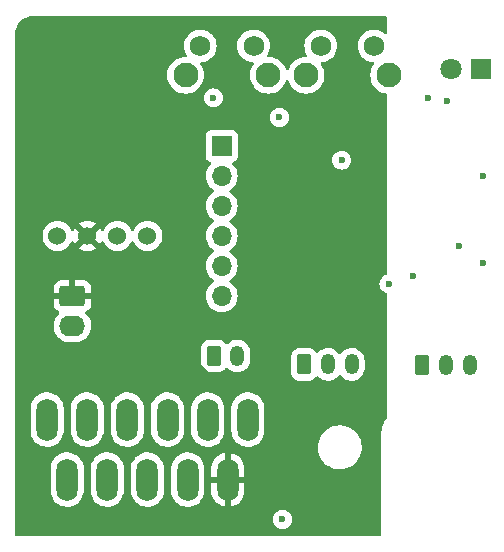
<source format=gbr>
%TF.GenerationSoftware,KiCad,Pcbnew,7.0.7-7.0.7~ubuntu22.04.1*%
%TF.CreationDate,2023-09-11T18:28:41+01:00*%
%TF.ProjectId,Blinder,426c696e-6465-4722-9e6b-696361645f70,rev?*%
%TF.SameCoordinates,Original*%
%TF.FileFunction,Copper,L3,Inr*%
%TF.FilePolarity,Positive*%
%FSLAX46Y46*%
G04 Gerber Fmt 4.6, Leading zero omitted, Abs format (unit mm)*
G04 Created by KiCad (PCBNEW 7.0.7-7.0.7~ubuntu22.04.1) date 2023-09-11 18:28:41*
%MOMM*%
%LPD*%
G01*
G04 APERTURE LIST*
G04 Aperture macros list*
%AMRoundRect*
0 Rectangle with rounded corners*
0 $1 Rounding radius*
0 $2 $3 $4 $5 $6 $7 $8 $9 X,Y pos of 4 corners*
0 Add a 4 corners polygon primitive as box body*
4,1,4,$2,$3,$4,$5,$6,$7,$8,$9,$2,$3,0*
0 Add four circle primitives for the rounded corners*
1,1,$1+$1,$2,$3*
1,1,$1+$1,$4,$5*
1,1,$1+$1,$6,$7*
1,1,$1+$1,$8,$9*
0 Add four rect primitives between the rounded corners*
20,1,$1+$1,$2,$3,$4,$5,0*
20,1,$1+$1,$4,$5,$6,$7,0*
20,1,$1+$1,$6,$7,$8,$9,0*
20,1,$1+$1,$8,$9,$2,$3,0*%
G04 Aperture macros list end*
%TA.AperFunction,ComponentPad*%
%ADD10R,1.800000X1.800000*%
%TD*%
%TA.AperFunction,ComponentPad*%
%ADD11C,1.800000*%
%TD*%
%TA.AperFunction,ComponentPad*%
%ADD12O,1.800000X3.600000*%
%TD*%
%TA.AperFunction,ComponentPad*%
%ADD13RoundRect,0.250000X-0.350000X-0.625000X0.350000X-0.625000X0.350000X0.625000X-0.350000X0.625000X0*%
%TD*%
%TA.AperFunction,ComponentPad*%
%ADD14O,1.200000X1.750000*%
%TD*%
%TA.AperFunction,ComponentPad*%
%ADD15C,2.100000*%
%TD*%
%TA.AperFunction,ComponentPad*%
%ADD16C,1.750000*%
%TD*%
%TA.AperFunction,ComponentPad*%
%ADD17O,1.700000X1.700000*%
%TD*%
%TA.AperFunction,ComponentPad*%
%ADD18R,1.700000X1.700000*%
%TD*%
%TA.AperFunction,ComponentPad*%
%ADD19O,2.190000X1.740000*%
%TD*%
%TA.AperFunction,ComponentPad*%
%ADD20RoundRect,0.250000X-0.845000X0.620000X-0.845000X-0.620000X0.845000X-0.620000X0.845000X0.620000X0*%
%TD*%
%TA.AperFunction,ComponentPad*%
%ADD21C,1.524000*%
%TD*%
%TA.AperFunction,ViaPad*%
%ADD22C,0.600000*%
%TD*%
%TA.AperFunction,Conductor*%
%ADD23C,0.500000*%
%TD*%
G04 APERTURE END LIST*
D10*
%TO.N,GND*%
%TO.C,D1*%
X74000000Y-24000000D03*
D11*
%TO.N,Net-(D1-A)*%
X71460000Y-24000000D03*
%TD*%
D12*
%TO.N,Net-(IC1-ENABLE)*%
%TO.C,IC1*%
X37220000Y-53650000D03*
%TO.N,GND*%
X38920000Y-58730000D03*
%TO.N,Net-(IC1-VREF)*%
X40620000Y-53650000D03*
%TO.N,Net-(IC1-CBOOT2)*%
X42320000Y-58730000D03*
%TO.N,Net-(IC1-IN2)*%
X44020000Y-53650000D03*
%TO.N,GND*%
X45720000Y-58730000D03*
%TO.N,Net-(IC1-IN1)*%
X47420000Y-53650000D03*
%TO.N,Net-(IC1-CBOOT1)*%
X49120000Y-58730000D03*
%TO.N,Net-(IC1-OUT1)*%
X50820000Y-53650000D03*
%TO.N,/12V*%
X52520000Y-58730000D03*
%TO.N,Net-(IC1-OUT2)*%
X54220000Y-53650000D03*
%TD*%
D13*
%TO.N,Net-(IC1-OUT1)*%
%TO.C,J5*%
X51340000Y-48260000D03*
D14*
%TO.N,Net-(IC1-OUT2)*%
X53340000Y-48260000D03*
%TD*%
D15*
%TO.N,*%
%TO.C,SW2*%
X48950000Y-24490000D03*
X55960000Y-24490000D03*
D16*
%TO.N,GND*%
X50200000Y-22000000D03*
%TO.N,Net-(U2-GPIO12)*%
X54700000Y-22000000D03*
%TD*%
D14*
%TO.N,Net-(IC1-IN1)*%
%TO.C,J3*%
X63000000Y-48980000D03*
%TO.N,/GO DOWN*%
X61000000Y-48980000D03*
D13*
%TO.N,/~{CLOSED}*%
X59000000Y-48980000D03*
%TD*%
D17*
%TO.N,GND*%
%TO.C,J2*%
X52000000Y-43180000D03*
%TO.N,/DTR*%
X52000000Y-40640000D03*
%TO.N,/RXD*%
X52000000Y-38100000D03*
%TO.N,/TXD*%
X52000000Y-35560000D03*
%TO.N,/RTS*%
X52000000Y-33020000D03*
D18*
%TO.N,/3V3*%
X52000000Y-30480000D03*
%TD*%
D14*
%TO.N,Net-(IC1-IN2)*%
%TO.C,J4*%
X73000000Y-49000000D03*
%TO.N,/GO UP*%
X71000000Y-49000000D03*
D13*
%TO.N,/~{OPEN}*%
X69000000Y-49000000D03*
%TD*%
D19*
%TO.N,GND*%
%TO.C,J1*%
X39370000Y-45720000D03*
D20*
%TO.N,/12V*%
X39370000Y-43180000D03*
%TD*%
D21*
%TO.N,unconnected-(U1-EN-Pad1)*%
%TO.C,U1*%
X38100000Y-38100000D03*
%TO.N,/12V*%
X40640000Y-38100000D03*
%TO.N,GND*%
X43180000Y-38100000D03*
%TO.N,/3V3*%
X45720000Y-38100000D03*
%TD*%
D16*
%TO.N,Net-(U2-GPIO14)*%
%TO.C,SW1*%
X64894220Y-22001721D03*
%TO.N,GND*%
X60394220Y-22001721D03*
D15*
%TO.N,*%
X66154220Y-24491721D03*
X59144220Y-24491721D03*
%TD*%
D22*
%TO.N,Net-(U2-GPIO13)*%
X71120000Y-26670000D03*
X62168000Y-31688000D03*
%TO.N,Net-(U2-EN)*%
X51308000Y-26416000D03*
X69469000Y-26451500D03*
%TO.N,/RTS*%
X74168000Y-33020000D03*
%TO.N,Net-(IC1-ENABLE)*%
X66167000Y-42164000D03*
%TO.N,/TXD*%
X72136000Y-38989000D03*
%TO.N,/RXD*%
X74168000Y-40386000D03*
%TO.N,GND*%
X56896000Y-28067000D03*
%TO.N,/~{OPEN}*%
X68199000Y-41529000D03*
%TO.N,/12V*%
X57150000Y-57531000D03*
%TO.N,GND*%
X57150000Y-62103000D03*
%TD*%
D23*
%TO.N,/12V*%
X40640000Y-38100000D02*
X39370000Y-39370000D01*
X39370000Y-39370000D02*
X39370000Y-43180000D01*
X57150000Y-57531000D02*
X55951000Y-58730000D01*
X55951000Y-58730000D02*
X52520000Y-58730000D01*
X52520000Y-58730000D02*
X52520000Y-51631000D01*
X52520000Y-51631000D02*
X44069000Y-43180000D01*
X44069000Y-43180000D02*
X39370000Y-43180000D01*
%TD*%
%TA.AperFunction,Conductor*%
%TO.N,/12V*%
G36*
X65943039Y-19520185D02*
G01*
X65988794Y-19572989D01*
X66000000Y-19624500D01*
X65999999Y-20865702D01*
X65980314Y-20932742D01*
X65927510Y-20978496D01*
X65858352Y-20988440D01*
X65799837Y-20963555D01*
X65649129Y-20846254D01*
X65649120Y-20846248D01*
X65448652Y-20737761D01*
X65448649Y-20737760D01*
X65448646Y-20737758D01*
X65448640Y-20737756D01*
X65448638Y-20737755D01*
X65233046Y-20663741D01*
X65064408Y-20635601D01*
X65008197Y-20626221D01*
X64780243Y-20626221D01*
X64735273Y-20633725D01*
X64555393Y-20663741D01*
X64339801Y-20737755D01*
X64339787Y-20737761D01*
X64139319Y-20846248D01*
X64139310Y-20846254D01*
X63959432Y-20986259D01*
X63959428Y-20986262D01*
X63805034Y-21153978D01*
X63680357Y-21344812D01*
X63588789Y-21553565D01*
X63532830Y-21774541D01*
X63532828Y-21774552D01*
X63514006Y-22001714D01*
X63514006Y-22001727D01*
X63532828Y-22228889D01*
X63532830Y-22228900D01*
X63588789Y-22449876D01*
X63680357Y-22658629D01*
X63805034Y-22849463D01*
X63832388Y-22879177D01*
X63955167Y-23012551D01*
X63959428Y-23017179D01*
X63959432Y-23017182D01*
X64139314Y-23157190D01*
X64139316Y-23157191D01*
X64139319Y-23157193D01*
X64255866Y-23220264D01*
X64339794Y-23265684D01*
X64451749Y-23304118D01*
X64555393Y-23339700D01*
X64555395Y-23339700D01*
X64555397Y-23339701D01*
X64780243Y-23377221D01*
X64780244Y-23377221D01*
X64798139Y-23377221D01*
X64865178Y-23396906D01*
X64910933Y-23449710D01*
X64920877Y-23518868D01*
X64898455Y-23574109D01*
X64895959Y-23577543D01*
X64768442Y-23785631D01*
X64675050Y-24011101D01*
X64618073Y-24248423D01*
X64598926Y-24491721D01*
X64618073Y-24735018D01*
X64618073Y-24735021D01*
X64618074Y-24735023D01*
X64674636Y-24970619D01*
X64675050Y-24972340D01*
X64768442Y-25197810D01*
X64895957Y-25405894D01*
X64895958Y-25405897D01*
X64895961Y-25405900D01*
X65054461Y-25591480D01*
X65198117Y-25714174D01*
X65240043Y-25749982D01*
X65240046Y-25749983D01*
X65448130Y-25877498D01*
X65673601Y-25970890D01*
X65673598Y-25970890D01*
X65673604Y-25970891D01*
X65673608Y-25970893D01*
X65904950Y-26026434D01*
X65965539Y-26061224D01*
X65997703Y-26123251D01*
X66000000Y-26147007D01*
X65999999Y-41286361D01*
X65980314Y-41353400D01*
X65927510Y-41399155D01*
X65916953Y-41403403D01*
X65817478Y-41438210D01*
X65664737Y-41534184D01*
X65537184Y-41661737D01*
X65441211Y-41814476D01*
X65381631Y-41984745D01*
X65381630Y-41984750D01*
X65361435Y-42163996D01*
X65361435Y-42164003D01*
X65381630Y-42343249D01*
X65381631Y-42343254D01*
X65441211Y-42513523D01*
X65533418Y-42660269D01*
X65537184Y-42666262D01*
X65664738Y-42793816D01*
X65801792Y-42879933D01*
X65817478Y-42889789D01*
X65916954Y-42924597D01*
X65973730Y-42965319D01*
X65999478Y-43030271D01*
X66000000Y-43041639D01*
X65999999Y-53457073D01*
X65980314Y-53524112D01*
X65978049Y-53527512D01*
X65856217Y-53704018D01*
X65856206Y-53704035D01*
X65715628Y-53971882D01*
X65608358Y-54254727D01*
X65578200Y-54377085D01*
X65535963Y-54548449D01*
X65530453Y-54593827D01*
X65499499Y-54848745D01*
X65499499Y-54988861D01*
X65499500Y-54988866D01*
X65499500Y-63375500D01*
X65479815Y-63442539D01*
X65427011Y-63488294D01*
X65375500Y-63499500D01*
X34624500Y-63499500D01*
X34557461Y-63479815D01*
X34511706Y-63427011D01*
X34500500Y-63375500D01*
X34500500Y-62103003D01*
X56344435Y-62103003D01*
X56364630Y-62282249D01*
X56364631Y-62282254D01*
X56424211Y-62452523D01*
X56520184Y-62605261D01*
X56520184Y-62605262D01*
X56647738Y-62732816D01*
X56800478Y-62828789D01*
X56970745Y-62888368D01*
X56970750Y-62888369D01*
X57149996Y-62908565D01*
X57150000Y-62908565D01*
X57150004Y-62908565D01*
X57329249Y-62888369D01*
X57329252Y-62888368D01*
X57329255Y-62888368D01*
X57499522Y-62828789D01*
X57652262Y-62732816D01*
X57779816Y-62605262D01*
X57875789Y-62452522D01*
X57935368Y-62282255D01*
X57955565Y-62103000D01*
X57935368Y-61923745D01*
X57875789Y-61753478D01*
X57779816Y-61600738D01*
X57652262Y-61473184D01*
X57652262Y-61473183D01*
X57499523Y-61377211D01*
X57329254Y-61317631D01*
X57329249Y-61317630D01*
X57150004Y-61297435D01*
X57149996Y-61297435D01*
X56970750Y-61317630D01*
X56970745Y-61317631D01*
X56800476Y-61377211D01*
X56647737Y-61473184D01*
X56520184Y-61600737D01*
X56424211Y-61753476D01*
X56364631Y-61923745D01*
X56364630Y-61923750D01*
X56344435Y-62102996D01*
X56344435Y-62103003D01*
X34500500Y-62103003D01*
X34500500Y-59689502D01*
X37519500Y-59689502D01*
X37534652Y-59867536D01*
X37594724Y-60098248D01*
X37692919Y-60315480D01*
X37692924Y-60315488D01*
X37826413Y-60512993D01*
X37826418Y-60512998D01*
X37826421Y-60513003D01*
X37991379Y-60685118D01*
X38183053Y-60826879D01*
X38395926Y-60934207D01*
X38623877Y-61004016D01*
X38860346Y-61034298D01*
X39098532Y-61024180D01*
X39331581Y-60973954D01*
X39552790Y-60885064D01*
X39755795Y-60760069D01*
X39934755Y-60602564D01*
X40084523Y-60417080D01*
X40200790Y-60208954D01*
X40280211Y-59984171D01*
X40300224Y-59867453D01*
X40320499Y-59749209D01*
X40320500Y-59749198D01*
X40320500Y-59689502D01*
X40919500Y-59689502D01*
X40934652Y-59867536D01*
X40994724Y-60098248D01*
X41092919Y-60315480D01*
X41092924Y-60315488D01*
X41226413Y-60512993D01*
X41226418Y-60512998D01*
X41226421Y-60513003D01*
X41391379Y-60685118D01*
X41583053Y-60826879D01*
X41795926Y-60934207D01*
X42023877Y-61004016D01*
X42260346Y-61034298D01*
X42498532Y-61024180D01*
X42731581Y-60973954D01*
X42952790Y-60885064D01*
X43155795Y-60760069D01*
X43334755Y-60602564D01*
X43484523Y-60417080D01*
X43600790Y-60208954D01*
X43680211Y-59984171D01*
X43700224Y-59867453D01*
X43720499Y-59749209D01*
X43720499Y-59749205D01*
X43720500Y-59749200D01*
X43720500Y-59689502D01*
X44319500Y-59689502D01*
X44334652Y-59867536D01*
X44394724Y-60098248D01*
X44492919Y-60315480D01*
X44492924Y-60315488D01*
X44626413Y-60512993D01*
X44626418Y-60512998D01*
X44626421Y-60513003D01*
X44791379Y-60685118D01*
X44983053Y-60826879D01*
X45195926Y-60934207D01*
X45423877Y-61004016D01*
X45660346Y-61034298D01*
X45898532Y-61024180D01*
X46131581Y-60973954D01*
X46352790Y-60885064D01*
X46555795Y-60760069D01*
X46734755Y-60602564D01*
X46884523Y-60417080D01*
X47000790Y-60208954D01*
X47080211Y-59984171D01*
X47100224Y-59867453D01*
X47120499Y-59749209D01*
X47120499Y-59749205D01*
X47120500Y-59749200D01*
X47120500Y-59689502D01*
X47719500Y-59689502D01*
X47734652Y-59867536D01*
X47794724Y-60098248D01*
X47892919Y-60315480D01*
X47892924Y-60315488D01*
X48026413Y-60512993D01*
X48026418Y-60512998D01*
X48026421Y-60513003D01*
X48191379Y-60685118D01*
X48383053Y-60826879D01*
X48595926Y-60934207D01*
X48823877Y-61004016D01*
X49060346Y-61034298D01*
X49298532Y-61024180D01*
X49531581Y-60973954D01*
X49752790Y-60885064D01*
X49955795Y-60760069D01*
X50134755Y-60602564D01*
X50284523Y-60417080D01*
X50400790Y-60208954D01*
X50480211Y-59984171D01*
X50500224Y-59867453D01*
X50520499Y-59749209D01*
X50520499Y-59749205D01*
X50520500Y-59749200D01*
X50520500Y-59689478D01*
X51120000Y-59689478D01*
X51135147Y-59867450D01*
X51135148Y-59867453D01*
X51195197Y-60098078D01*
X51293360Y-60315241D01*
X51293362Y-60315244D01*
X51426812Y-60512688D01*
X51426814Y-60512690D01*
X51591706Y-60684736D01*
X51783316Y-60826450D01*
X51996115Y-60933741D01*
X52223987Y-61003526D01*
X52223985Y-61003526D01*
X52270000Y-61009418D01*
X52270000Y-59443658D01*
X52289685Y-59376619D01*
X52342489Y-59330864D01*
X52410184Y-59320719D01*
X52480677Y-59330000D01*
X52480684Y-59330000D01*
X52559316Y-59330000D01*
X52559323Y-59330000D01*
X52629815Y-59320719D01*
X52698849Y-59331484D01*
X52751105Y-59377864D01*
X52770000Y-59443658D01*
X52770000Y-61008264D01*
X52931434Y-60973473D01*
X53152562Y-60884616D01*
X53355494Y-60759666D01*
X53534389Y-60602219D01*
X53534396Y-60602213D01*
X53684102Y-60416805D01*
X53684109Y-60416795D01*
X53800331Y-60208751D01*
X53879722Y-59984052D01*
X53879726Y-59984038D01*
X53919999Y-59749167D01*
X53920000Y-59749156D01*
X53920000Y-58980000D01*
X53233658Y-58980000D01*
X53166619Y-58960315D01*
X53120864Y-58907511D01*
X53110719Y-58839816D01*
X53125177Y-58730000D01*
X53110719Y-58620183D01*
X53121484Y-58551151D01*
X53167864Y-58498895D01*
X53233658Y-58480000D01*
X53920000Y-58480000D01*
X53920000Y-57770522D01*
X53904852Y-57592549D01*
X53904851Y-57592546D01*
X53844802Y-57361921D01*
X53746639Y-57144758D01*
X53746637Y-57144755D01*
X53613187Y-56947311D01*
X53613185Y-56947309D01*
X53448293Y-56775263D01*
X53256683Y-56633549D01*
X53043884Y-56526257D01*
X52816020Y-56456475D01*
X52770000Y-56450581D01*
X52770000Y-58016341D01*
X52750315Y-58083380D01*
X52697511Y-58129135D01*
X52629815Y-58139280D01*
X52559333Y-58130001D01*
X52559328Y-58130000D01*
X52559323Y-58130000D01*
X52480677Y-58130000D01*
X52480671Y-58130000D01*
X52480666Y-58130001D01*
X52410185Y-58139280D01*
X52341150Y-58128514D01*
X52288894Y-58082134D01*
X52270000Y-58016341D01*
X52270000Y-56451734D01*
X52269999Y-56451734D01*
X52108566Y-56486525D01*
X51887437Y-56575383D01*
X51684505Y-56700333D01*
X51505610Y-56857780D01*
X51505603Y-56857786D01*
X51355897Y-57043194D01*
X51355890Y-57043204D01*
X51239668Y-57251248D01*
X51160277Y-57475947D01*
X51160273Y-57475961D01*
X51120000Y-57710832D01*
X51120000Y-58480000D01*
X51806342Y-58480000D01*
X51873381Y-58499685D01*
X51919136Y-58552489D01*
X51929280Y-58620183D01*
X51914823Y-58730000D01*
X51929280Y-58839816D01*
X51918516Y-58908849D01*
X51872136Y-58961105D01*
X51806342Y-58980000D01*
X51120000Y-58980000D01*
X51120000Y-59689478D01*
X50520500Y-59689478D01*
X50520500Y-57770503D01*
X50507524Y-57618044D01*
X50505347Y-57592463D01*
X50445275Y-57361751D01*
X50347080Y-57144519D01*
X50347075Y-57144511D01*
X50213586Y-56947006D01*
X50213582Y-56947001D01*
X50213579Y-56946997D01*
X50048621Y-56774882D01*
X49856947Y-56633121D01*
X49644074Y-56525793D01*
X49514283Y-56486045D01*
X49416121Y-56455983D01*
X49179647Y-56425701D01*
X48941471Y-56435819D01*
X48941467Y-56435819D01*
X48708419Y-56486045D01*
X48487211Y-56574935D01*
X48284203Y-56699932D01*
X48105245Y-56857435D01*
X48032676Y-56947311D01*
X47955477Y-57042920D01*
X47955475Y-57042922D01*
X47955476Y-57042922D01*
X47839210Y-57251044D01*
X47759788Y-57475829D01*
X47719500Y-57710790D01*
X47719500Y-59689502D01*
X47120500Y-59689502D01*
X47120500Y-57770503D01*
X47107524Y-57618044D01*
X47105347Y-57592463D01*
X47045275Y-57361751D01*
X46947080Y-57144519D01*
X46947075Y-57144511D01*
X46813586Y-56947006D01*
X46813582Y-56947001D01*
X46813579Y-56946997D01*
X46648621Y-56774882D01*
X46456947Y-56633121D01*
X46244074Y-56525793D01*
X46114283Y-56486045D01*
X46016121Y-56455983D01*
X45779647Y-56425701D01*
X45541471Y-56435819D01*
X45541467Y-56435819D01*
X45308419Y-56486045D01*
X45087211Y-56574935D01*
X44884203Y-56699932D01*
X44705245Y-56857435D01*
X44632676Y-56947311D01*
X44555477Y-57042920D01*
X44555475Y-57042922D01*
X44555476Y-57042922D01*
X44439210Y-57251044D01*
X44359788Y-57475829D01*
X44319500Y-57710790D01*
X44319500Y-59689502D01*
X43720500Y-59689502D01*
X43720500Y-57770503D01*
X43707524Y-57618044D01*
X43705347Y-57592463D01*
X43645275Y-57361751D01*
X43547080Y-57144519D01*
X43547075Y-57144511D01*
X43413586Y-56947006D01*
X43413582Y-56947001D01*
X43413579Y-56946997D01*
X43248621Y-56774882D01*
X43056947Y-56633121D01*
X42844074Y-56525793D01*
X42714283Y-56486045D01*
X42616121Y-56455983D01*
X42379647Y-56425701D01*
X42141471Y-56435819D01*
X42141467Y-56435819D01*
X41908419Y-56486045D01*
X41687211Y-56574935D01*
X41484203Y-56699932D01*
X41305245Y-56857435D01*
X41232676Y-56947311D01*
X41155477Y-57042920D01*
X41155475Y-57042922D01*
X41155476Y-57042922D01*
X41039210Y-57251044D01*
X40959788Y-57475829D01*
X40919500Y-57710790D01*
X40919500Y-59689502D01*
X40320500Y-59689502D01*
X40320500Y-57770498D01*
X40305347Y-57592463D01*
X40245275Y-57361751D01*
X40147080Y-57144519D01*
X40147075Y-57144511D01*
X40013586Y-56947006D01*
X40013582Y-56947001D01*
X40013579Y-56946997D01*
X39848621Y-56774882D01*
X39656947Y-56633121D01*
X39444074Y-56525793D01*
X39314283Y-56486045D01*
X39216121Y-56455983D01*
X38979647Y-56425701D01*
X38741471Y-56435819D01*
X38741467Y-56435819D01*
X38508419Y-56486045D01*
X38287211Y-56574935D01*
X38084203Y-56699932D01*
X37905245Y-56857435D01*
X37832676Y-56947311D01*
X37755477Y-57042920D01*
X37755475Y-57042922D01*
X37755476Y-57042922D01*
X37639210Y-57251044D01*
X37559788Y-57475829D01*
X37519500Y-57710790D01*
X37519500Y-59689502D01*
X34500500Y-59689502D01*
X34500500Y-56067763D01*
X60145787Y-56067763D01*
X60175413Y-56337013D01*
X60175415Y-56337024D01*
X60243926Y-56599082D01*
X60243928Y-56599088D01*
X60349870Y-56848390D01*
X60410055Y-56947006D01*
X60490979Y-57079605D01*
X60490986Y-57079615D01*
X60664253Y-57287819D01*
X60664259Y-57287824D01*
X60865998Y-57468582D01*
X61091910Y-57618044D01*
X61337176Y-57733020D01*
X61337183Y-57733022D01*
X61337185Y-57733023D01*
X61596557Y-57811057D01*
X61596564Y-57811058D01*
X61596569Y-57811060D01*
X61864561Y-57850500D01*
X61864566Y-57850500D01*
X62067636Y-57850500D01*
X62119133Y-57846730D01*
X62270156Y-57835677D01*
X62382758Y-57810593D01*
X62534546Y-57776782D01*
X62534548Y-57776781D01*
X62534553Y-57776780D01*
X62787558Y-57680014D01*
X63023777Y-57547441D01*
X63238177Y-57381888D01*
X63426186Y-57186881D01*
X63583799Y-56966579D01*
X63682358Y-56774881D01*
X63707649Y-56725690D01*
X63707651Y-56725684D01*
X63707656Y-56725675D01*
X63795118Y-56469305D01*
X63844319Y-56202933D01*
X63854212Y-55932235D01*
X63824586Y-55662982D01*
X63756072Y-55400912D01*
X63650130Y-55151610D01*
X63509018Y-54920390D01*
X63507845Y-54918981D01*
X63335746Y-54712180D01*
X63335740Y-54712175D01*
X63134002Y-54531418D01*
X62908092Y-54381957D01*
X62897699Y-54377085D01*
X62662824Y-54266980D01*
X62662819Y-54266978D01*
X62662814Y-54266976D01*
X62403442Y-54188942D01*
X62403428Y-54188939D01*
X62287791Y-54171921D01*
X62135439Y-54149500D01*
X61932369Y-54149500D01*
X61932364Y-54149500D01*
X61729844Y-54164323D01*
X61729831Y-54164325D01*
X61465453Y-54223217D01*
X61465446Y-54223220D01*
X61212439Y-54319987D01*
X60976226Y-54452557D01*
X60761822Y-54618112D01*
X60573822Y-54813109D01*
X60573816Y-54813116D01*
X60416202Y-55033419D01*
X60416199Y-55033424D01*
X60292350Y-55274309D01*
X60292343Y-55274327D01*
X60204884Y-55530685D01*
X60204881Y-55530699D01*
X60155681Y-55797068D01*
X60155680Y-55797075D01*
X60145787Y-56067763D01*
X34500500Y-56067763D01*
X34500500Y-54609502D01*
X35819500Y-54609502D01*
X35834652Y-54787536D01*
X35894724Y-55018248D01*
X35992919Y-55235480D01*
X35992924Y-55235488D01*
X36126413Y-55432993D01*
X36126418Y-55432998D01*
X36126421Y-55433003D01*
X36291379Y-55605118D01*
X36483053Y-55746879D01*
X36695926Y-55854207D01*
X36923877Y-55924016D01*
X37160346Y-55954298D01*
X37398532Y-55944180D01*
X37631581Y-55893954D01*
X37852790Y-55805064D01*
X38055795Y-55680069D01*
X38234755Y-55522564D01*
X38384523Y-55337080D01*
X38500790Y-55128954D01*
X38580211Y-54904171D01*
X38600210Y-54787536D01*
X38620499Y-54669209D01*
X38620500Y-54669198D01*
X38620500Y-54609502D01*
X39219500Y-54609502D01*
X39234652Y-54787536D01*
X39294724Y-55018248D01*
X39392919Y-55235480D01*
X39392924Y-55235488D01*
X39526413Y-55432993D01*
X39526418Y-55432998D01*
X39526421Y-55433003D01*
X39691379Y-55605118D01*
X39883053Y-55746879D01*
X40095926Y-55854207D01*
X40323877Y-55924016D01*
X40560346Y-55954298D01*
X40798532Y-55944180D01*
X41031581Y-55893954D01*
X41252790Y-55805064D01*
X41455795Y-55680069D01*
X41634755Y-55522564D01*
X41784523Y-55337080D01*
X41900790Y-55128954D01*
X41980211Y-54904171D01*
X42000210Y-54787536D01*
X42020499Y-54669209D01*
X42020499Y-54669205D01*
X42020500Y-54669200D01*
X42020500Y-54609502D01*
X42619500Y-54609502D01*
X42634652Y-54787536D01*
X42694724Y-55018248D01*
X42792919Y-55235480D01*
X42792924Y-55235488D01*
X42926413Y-55432993D01*
X42926418Y-55432998D01*
X42926421Y-55433003D01*
X43091379Y-55605118D01*
X43283053Y-55746879D01*
X43495926Y-55854207D01*
X43723877Y-55924016D01*
X43960346Y-55954298D01*
X44198532Y-55944180D01*
X44431581Y-55893954D01*
X44652790Y-55805064D01*
X44855795Y-55680069D01*
X45034755Y-55522564D01*
X45184523Y-55337080D01*
X45300790Y-55128954D01*
X45380211Y-54904171D01*
X45400210Y-54787536D01*
X45420499Y-54669209D01*
X45420499Y-54669205D01*
X45420500Y-54669200D01*
X45420500Y-54609502D01*
X46019500Y-54609502D01*
X46034652Y-54787536D01*
X46094724Y-55018248D01*
X46192919Y-55235480D01*
X46192924Y-55235488D01*
X46326413Y-55432993D01*
X46326418Y-55432998D01*
X46326421Y-55433003D01*
X46491379Y-55605118D01*
X46683053Y-55746879D01*
X46895926Y-55854207D01*
X47123877Y-55924016D01*
X47360346Y-55954298D01*
X47598532Y-55944180D01*
X47831581Y-55893954D01*
X48052790Y-55805064D01*
X48255795Y-55680069D01*
X48434755Y-55522564D01*
X48584523Y-55337080D01*
X48700790Y-55128954D01*
X48780211Y-54904171D01*
X48800210Y-54787536D01*
X48820499Y-54669209D01*
X48820499Y-54669205D01*
X48820500Y-54669200D01*
X48820500Y-54609502D01*
X49419500Y-54609502D01*
X49434652Y-54787536D01*
X49494724Y-55018248D01*
X49592919Y-55235480D01*
X49592924Y-55235488D01*
X49726413Y-55432993D01*
X49726418Y-55432998D01*
X49726421Y-55433003D01*
X49891379Y-55605118D01*
X50083053Y-55746879D01*
X50295926Y-55854207D01*
X50523877Y-55924016D01*
X50760346Y-55954298D01*
X50998532Y-55944180D01*
X51231581Y-55893954D01*
X51452790Y-55805064D01*
X51655795Y-55680069D01*
X51834755Y-55522564D01*
X51984523Y-55337080D01*
X52100790Y-55128954D01*
X52180211Y-54904171D01*
X52200210Y-54787536D01*
X52220499Y-54669209D01*
X52220499Y-54669205D01*
X52220500Y-54669200D01*
X52220500Y-54609502D01*
X52819500Y-54609502D01*
X52834652Y-54787536D01*
X52894724Y-55018248D01*
X52992919Y-55235480D01*
X52992924Y-55235488D01*
X53126413Y-55432993D01*
X53126418Y-55432998D01*
X53126421Y-55433003D01*
X53291379Y-55605118D01*
X53483053Y-55746879D01*
X53695926Y-55854207D01*
X53923877Y-55924016D01*
X54160346Y-55954298D01*
X54398532Y-55944180D01*
X54631581Y-55893954D01*
X54852790Y-55805064D01*
X55055795Y-55680069D01*
X55234755Y-55522564D01*
X55384523Y-55337080D01*
X55500790Y-55128954D01*
X55580211Y-54904171D01*
X55600210Y-54787536D01*
X55620499Y-54669209D01*
X55620499Y-54669205D01*
X55620500Y-54669200D01*
X55620500Y-52690503D01*
X55607347Y-52535963D01*
X55605347Y-52512463D01*
X55545275Y-52281751D01*
X55447080Y-52064519D01*
X55447075Y-52064511D01*
X55313586Y-51867006D01*
X55313582Y-51867001D01*
X55313579Y-51866997D01*
X55148621Y-51694882D01*
X54956947Y-51553121D01*
X54744074Y-51445793D01*
X54614283Y-51406045D01*
X54516121Y-51375983D01*
X54279647Y-51345701D01*
X54041471Y-51355819D01*
X54041467Y-51355819D01*
X53808419Y-51406045D01*
X53587211Y-51494935D01*
X53384203Y-51619932D01*
X53205245Y-51777435D01*
X53132929Y-51866997D01*
X53055477Y-51962920D01*
X53055475Y-51962922D01*
X53055476Y-51962922D01*
X52939210Y-52171044D01*
X52859788Y-52395829D01*
X52819500Y-52630790D01*
X52819500Y-54609502D01*
X52220500Y-54609502D01*
X52220500Y-52690503D01*
X52207347Y-52535963D01*
X52205347Y-52512463D01*
X52145275Y-52281751D01*
X52047080Y-52064519D01*
X52047075Y-52064511D01*
X51913586Y-51867006D01*
X51913582Y-51867001D01*
X51913579Y-51866997D01*
X51748621Y-51694882D01*
X51556947Y-51553121D01*
X51344074Y-51445793D01*
X51214283Y-51406045D01*
X51116121Y-51375983D01*
X50879647Y-51345701D01*
X50641471Y-51355819D01*
X50641467Y-51355819D01*
X50408419Y-51406045D01*
X50187211Y-51494935D01*
X49984203Y-51619932D01*
X49805245Y-51777435D01*
X49732929Y-51866997D01*
X49655477Y-51962920D01*
X49655475Y-51962922D01*
X49655476Y-51962922D01*
X49539210Y-52171044D01*
X49459788Y-52395829D01*
X49419500Y-52630790D01*
X49419500Y-54609502D01*
X48820500Y-54609502D01*
X48820500Y-52690503D01*
X48807347Y-52535963D01*
X48805347Y-52512463D01*
X48745275Y-52281751D01*
X48647080Y-52064519D01*
X48647075Y-52064511D01*
X48513586Y-51867006D01*
X48513582Y-51867001D01*
X48513579Y-51866997D01*
X48348621Y-51694882D01*
X48156947Y-51553121D01*
X47944074Y-51445793D01*
X47814283Y-51406045D01*
X47716121Y-51375983D01*
X47479647Y-51345701D01*
X47241471Y-51355819D01*
X47241467Y-51355819D01*
X47008419Y-51406045D01*
X46787211Y-51494935D01*
X46584203Y-51619932D01*
X46405245Y-51777435D01*
X46332929Y-51866997D01*
X46255477Y-51962920D01*
X46255475Y-51962922D01*
X46255476Y-51962922D01*
X46139210Y-52171044D01*
X46059788Y-52395829D01*
X46019500Y-52630790D01*
X46019500Y-54609502D01*
X45420500Y-54609502D01*
X45420500Y-52690503D01*
X45407347Y-52535963D01*
X45405347Y-52512463D01*
X45345275Y-52281751D01*
X45247080Y-52064519D01*
X45247075Y-52064511D01*
X45113586Y-51867006D01*
X45113582Y-51867001D01*
X45113579Y-51866997D01*
X44948621Y-51694882D01*
X44756947Y-51553121D01*
X44544074Y-51445793D01*
X44414283Y-51406045D01*
X44316121Y-51375983D01*
X44079647Y-51345701D01*
X43841471Y-51355819D01*
X43841467Y-51355819D01*
X43608419Y-51406045D01*
X43387211Y-51494935D01*
X43184203Y-51619932D01*
X43005245Y-51777435D01*
X42932929Y-51866997D01*
X42855477Y-51962920D01*
X42855475Y-51962922D01*
X42855476Y-51962922D01*
X42739210Y-52171044D01*
X42659788Y-52395829D01*
X42619500Y-52630790D01*
X42619500Y-54609502D01*
X42020500Y-54609502D01*
X42020500Y-52690503D01*
X42007347Y-52535963D01*
X42005347Y-52512463D01*
X41945275Y-52281751D01*
X41847080Y-52064519D01*
X41847075Y-52064511D01*
X41713586Y-51867006D01*
X41713582Y-51867001D01*
X41713579Y-51866997D01*
X41548621Y-51694882D01*
X41356947Y-51553121D01*
X41144074Y-51445793D01*
X41014283Y-51406045D01*
X40916121Y-51375983D01*
X40679647Y-51345701D01*
X40441471Y-51355819D01*
X40441467Y-51355819D01*
X40208419Y-51406045D01*
X39987211Y-51494935D01*
X39784203Y-51619932D01*
X39605245Y-51777435D01*
X39532929Y-51866997D01*
X39455477Y-51962920D01*
X39455475Y-51962922D01*
X39455476Y-51962922D01*
X39339210Y-52171044D01*
X39259788Y-52395829D01*
X39219500Y-52630790D01*
X39219500Y-54609502D01*
X38620500Y-54609502D01*
X38620500Y-52690498D01*
X38605347Y-52512463D01*
X38545275Y-52281751D01*
X38447080Y-52064519D01*
X38447075Y-52064511D01*
X38313586Y-51867006D01*
X38313582Y-51867001D01*
X38313579Y-51866997D01*
X38148621Y-51694882D01*
X37956947Y-51553121D01*
X37744074Y-51445793D01*
X37614283Y-51406045D01*
X37516121Y-51375983D01*
X37279647Y-51345701D01*
X37041471Y-51355819D01*
X37041467Y-51355819D01*
X36808419Y-51406045D01*
X36587211Y-51494935D01*
X36384203Y-51619932D01*
X36205245Y-51777435D01*
X36132929Y-51866997D01*
X36055477Y-51962920D01*
X36055475Y-51962922D01*
X36055476Y-51962922D01*
X35939210Y-52171044D01*
X35859788Y-52395829D01*
X35819500Y-52630790D01*
X35819500Y-54609502D01*
X34500500Y-54609502D01*
X34500500Y-49655001D01*
X57899500Y-49655001D01*
X57899501Y-49655018D01*
X57910000Y-49757796D01*
X57910001Y-49757799D01*
X57940986Y-49851303D01*
X57965186Y-49924334D01*
X58057288Y-50073656D01*
X58181344Y-50197712D01*
X58330666Y-50289814D01*
X58497203Y-50344999D01*
X58599991Y-50355500D01*
X59400008Y-50355499D01*
X59400016Y-50355498D01*
X59400019Y-50355498D01*
X59461143Y-50349254D01*
X59502797Y-50344999D01*
X59669334Y-50289814D01*
X59818656Y-50197712D01*
X59942712Y-50073656D01*
X59981815Y-50010258D01*
X60033761Y-49963535D01*
X60102723Y-49952312D01*
X60166806Y-49980155D01*
X60184824Y-49998705D01*
X60199907Y-50017885D01*
X60199909Y-50017887D01*
X60358746Y-50155521D01*
X60540750Y-50260601D01*
X60540752Y-50260601D01*
X60540756Y-50260604D01*
X60739367Y-50329344D01*
X60947398Y-50359254D01*
X61157330Y-50349254D01*
X61361576Y-50299704D01*
X61447199Y-50260601D01*
X61552743Y-50212401D01*
X61552746Y-50212399D01*
X61552753Y-50212396D01*
X61723952Y-50090486D01*
X61739999Y-50073657D01*
X61868986Y-49938378D01*
X61878010Y-49924336D01*
X61895540Y-49897058D01*
X61948343Y-49851303D01*
X62017502Y-49841359D01*
X62081058Y-49870383D01*
X62097326Y-49887444D01*
X62199909Y-50017887D01*
X62358746Y-50155521D01*
X62540750Y-50260601D01*
X62540752Y-50260601D01*
X62540756Y-50260604D01*
X62739367Y-50329344D01*
X62947398Y-50359254D01*
X63157330Y-50349254D01*
X63361576Y-50299704D01*
X63447199Y-50260601D01*
X63552743Y-50212401D01*
X63552746Y-50212399D01*
X63552753Y-50212396D01*
X63723952Y-50090486D01*
X63739999Y-50073657D01*
X63868985Y-49938379D01*
X63878010Y-49924336D01*
X63982613Y-49761572D01*
X64060725Y-49566457D01*
X64100500Y-49360085D01*
X64100500Y-48652575D01*
X64085528Y-48495782D01*
X64026316Y-48294125D01*
X63930011Y-48107318D01*
X63930009Y-48107316D01*
X63930008Y-48107313D01*
X63800094Y-47942116D01*
X63800090Y-47942112D01*
X63641253Y-47804478D01*
X63459249Y-47699398D01*
X63459245Y-47699396D01*
X63459244Y-47699396D01*
X63260633Y-47630656D01*
X63052602Y-47600746D01*
X63052598Y-47600746D01*
X62842672Y-47610745D01*
X62638421Y-47660296D01*
X62638417Y-47660298D01*
X62447256Y-47747598D01*
X62447251Y-47747601D01*
X62276046Y-47869515D01*
X62276040Y-47869520D01*
X62131016Y-48021618D01*
X62104458Y-48062943D01*
X62051653Y-48108697D01*
X61982494Y-48118640D01*
X61918939Y-48089614D01*
X61902673Y-48072554D01*
X61800094Y-47942116D01*
X61800090Y-47942112D01*
X61641253Y-47804478D01*
X61459249Y-47699398D01*
X61459245Y-47699396D01*
X61459244Y-47699396D01*
X61260633Y-47630656D01*
X61052602Y-47600746D01*
X61052598Y-47600746D01*
X60842672Y-47610745D01*
X60638421Y-47660296D01*
X60638417Y-47660298D01*
X60447256Y-47747598D01*
X60447251Y-47747601D01*
X60276046Y-47869515D01*
X60276045Y-47869515D01*
X60178249Y-47972082D01*
X60117740Y-48007017D01*
X60047949Y-48003692D01*
X59991035Y-47963164D01*
X59982967Y-47951608D01*
X59971227Y-47932575D01*
X59942712Y-47886344D01*
X59818656Y-47762288D01*
X59725888Y-47705068D01*
X59669336Y-47670187D01*
X59669331Y-47670185D01*
X59639488Y-47660296D01*
X59502797Y-47615001D01*
X59502795Y-47615000D01*
X59400010Y-47604500D01*
X58599998Y-47604500D01*
X58599980Y-47604501D01*
X58497203Y-47615000D01*
X58497200Y-47615001D01*
X58330668Y-47670185D01*
X58330663Y-47670187D01*
X58181342Y-47762289D01*
X58057289Y-47886342D01*
X57965187Y-48035663D01*
X57965185Y-48035668D01*
X57947309Y-48089614D01*
X57910001Y-48202203D01*
X57910001Y-48202204D01*
X57910000Y-48202204D01*
X57899500Y-48304983D01*
X57899500Y-49655001D01*
X34500500Y-49655001D01*
X34500500Y-48935001D01*
X50239500Y-48935001D01*
X50239501Y-48935018D01*
X50250000Y-49037796D01*
X50250001Y-49037799D01*
X50281443Y-49132682D01*
X50305186Y-49204334D01*
X50397288Y-49353656D01*
X50521344Y-49477712D01*
X50670666Y-49569814D01*
X50837203Y-49624999D01*
X50939991Y-49635500D01*
X51740008Y-49635499D01*
X51740016Y-49635498D01*
X51740019Y-49635498D01*
X51801143Y-49629254D01*
X51842797Y-49624999D01*
X52009334Y-49569814D01*
X52158656Y-49477712D01*
X52282712Y-49353656D01*
X52321815Y-49290258D01*
X52373761Y-49243535D01*
X52442723Y-49232312D01*
X52506806Y-49260155D01*
X52524824Y-49278705D01*
X52539907Y-49297885D01*
X52539909Y-49297887D01*
X52698746Y-49435521D01*
X52880750Y-49540601D01*
X52880752Y-49540601D01*
X52880756Y-49540604D01*
X53079367Y-49609344D01*
X53287398Y-49639254D01*
X53497330Y-49629254D01*
X53701576Y-49579704D01*
X53787199Y-49540601D01*
X53892743Y-49492401D01*
X53892746Y-49492399D01*
X53892753Y-49492396D01*
X54063952Y-49370486D01*
X54073870Y-49360085D01*
X54208985Y-49218379D01*
X54218010Y-49204336D01*
X54322613Y-49041572D01*
X54400725Y-48846457D01*
X54440500Y-48640085D01*
X54440500Y-47932575D01*
X54425528Y-47775782D01*
X54366316Y-47574125D01*
X54270011Y-47387318D01*
X54270009Y-47387316D01*
X54270008Y-47387313D01*
X54140094Y-47222116D01*
X54140090Y-47222112D01*
X53981253Y-47084478D01*
X53799249Y-46979398D01*
X53799245Y-46979396D01*
X53799244Y-46979396D01*
X53600633Y-46910656D01*
X53392602Y-46880746D01*
X53392598Y-46880746D01*
X53182672Y-46890745D01*
X52978421Y-46940296D01*
X52978417Y-46940298D01*
X52787256Y-47027598D01*
X52787251Y-47027601D01*
X52616046Y-47149515D01*
X52616045Y-47149515D01*
X52518249Y-47252082D01*
X52457740Y-47287017D01*
X52387949Y-47283692D01*
X52331035Y-47243164D01*
X52322967Y-47231608D01*
X52317110Y-47222112D01*
X52282712Y-47166344D01*
X52158656Y-47042288D01*
X52065888Y-46985068D01*
X52009336Y-46950187D01*
X52009331Y-46950185D01*
X51979488Y-46940296D01*
X51842797Y-46895001D01*
X51842795Y-46895000D01*
X51740010Y-46884500D01*
X50939998Y-46884500D01*
X50939980Y-46884501D01*
X50837203Y-46895000D01*
X50837200Y-46895001D01*
X50670668Y-46950185D01*
X50670663Y-46950187D01*
X50521342Y-47042289D01*
X50397289Y-47166342D01*
X50305187Y-47315663D01*
X50305185Y-47315666D01*
X50305186Y-47315666D01*
X50250001Y-47482203D01*
X50250001Y-47482204D01*
X50250000Y-47482204D01*
X50239500Y-47584983D01*
X50239500Y-48935001D01*
X34500500Y-48935001D01*
X34500500Y-45661624D01*
X37770784Y-45661624D01*
X37780685Y-45894700D01*
X37780686Y-45894709D01*
X37829836Y-46122766D01*
X37829837Y-46122769D01*
X37916819Y-46339231D01*
X37916821Y-46339235D01*
X38039138Y-46537891D01*
X38119083Y-46628726D01*
X38193270Y-46713019D01*
X38193273Y-46713022D01*
X38374773Y-46859573D01*
X38374779Y-46859578D01*
X38578445Y-46973353D01*
X38578448Y-46973354D01*
X38798416Y-47051073D01*
X38926725Y-47073074D01*
X39028344Y-47090499D01*
X39028353Y-47090500D01*
X39653221Y-47090500D01*
X39827446Y-47075671D01*
X39827446Y-47075670D01*
X39827453Y-47075670D01*
X40053219Y-47016885D01*
X40265802Y-46920792D01*
X40459088Y-46790153D01*
X40627516Y-46628728D01*
X40766240Y-46441161D01*
X40871270Y-46232847D01*
X40939583Y-46009780D01*
X40969216Y-45778376D01*
X40959314Y-45545293D01*
X40910164Y-45317235D01*
X40823179Y-45100765D01*
X40700862Y-44902109D01*
X40546731Y-44726982D01*
X40546730Y-44726981D01*
X40506272Y-44694313D01*
X40466479Y-44636881D01*
X40464054Y-44567054D01*
X40499765Y-44507000D01*
X40531779Y-44485449D01*
X40534127Y-44484354D01*
X40683345Y-44392315D01*
X40807315Y-44268345D01*
X40899356Y-44119124D01*
X40899358Y-44119119D01*
X40954505Y-43952697D01*
X40954506Y-43952690D01*
X40964999Y-43849986D01*
X40965000Y-43849973D01*
X40965000Y-43430000D01*
X40078616Y-43430000D01*
X40011577Y-43410315D01*
X39965822Y-43357511D01*
X39955677Y-43289815D01*
X39970134Y-43180001D01*
X39970134Y-43180000D01*
X50644341Y-43180000D01*
X50664936Y-43415403D01*
X50664938Y-43415413D01*
X50726094Y-43643655D01*
X50726096Y-43643659D01*
X50726097Y-43643663D01*
X50752242Y-43699731D01*
X50825965Y-43857830D01*
X50825967Y-43857834D01*
X50934281Y-44012521D01*
X50961505Y-44051401D01*
X51128599Y-44218495D01*
X51199792Y-44268345D01*
X51322165Y-44354032D01*
X51322167Y-44354033D01*
X51322170Y-44354035D01*
X51536337Y-44453903D01*
X51764592Y-44515063D01*
X51952918Y-44531539D01*
X51999999Y-44535659D01*
X52000000Y-44535659D01*
X52000001Y-44535659D01*
X52045616Y-44531668D01*
X52235408Y-44515063D01*
X52463663Y-44453903D01*
X52677830Y-44354035D01*
X52871401Y-44218495D01*
X53038495Y-44051401D01*
X53174035Y-43857830D01*
X53273903Y-43643663D01*
X53335063Y-43415408D01*
X53355659Y-43180000D01*
X53335063Y-42944592D01*
X53273903Y-42716337D01*
X53174035Y-42502171D01*
X53107613Y-42407309D01*
X53038494Y-42308597D01*
X52871402Y-42141506D01*
X52871396Y-42141501D01*
X52685842Y-42011575D01*
X52642217Y-41956998D01*
X52635023Y-41887500D01*
X52666546Y-41825145D01*
X52685842Y-41808425D01*
X52708026Y-41792891D01*
X52871401Y-41678495D01*
X53038495Y-41511401D01*
X53174035Y-41317830D01*
X53273903Y-41103663D01*
X53335063Y-40875408D01*
X53355659Y-40640000D01*
X53335063Y-40404592D01*
X53273903Y-40176337D01*
X53174035Y-39962171D01*
X53038495Y-39768599D01*
X53038494Y-39768597D01*
X52871402Y-39601506D01*
X52871396Y-39601501D01*
X52685842Y-39471575D01*
X52642217Y-39416998D01*
X52635023Y-39347500D01*
X52666546Y-39285145D01*
X52685842Y-39268425D01*
X52708026Y-39252891D01*
X52871401Y-39138495D01*
X53038495Y-38971401D01*
X53174035Y-38777830D01*
X53273903Y-38563663D01*
X53335063Y-38335408D01*
X53355659Y-38100000D01*
X53335063Y-37864592D01*
X53282000Y-37666554D01*
X53273905Y-37636344D01*
X53273904Y-37636343D01*
X53273903Y-37636337D01*
X53174035Y-37422171D01*
X53078254Y-37285380D01*
X53038494Y-37228597D01*
X52871402Y-37061506D01*
X52871396Y-37061501D01*
X52685842Y-36931575D01*
X52642217Y-36876998D01*
X52635023Y-36807500D01*
X52666546Y-36745145D01*
X52685842Y-36728425D01*
X52708026Y-36712891D01*
X52871401Y-36598495D01*
X53038495Y-36431401D01*
X53174035Y-36237830D01*
X53273903Y-36023663D01*
X53335063Y-35795408D01*
X53355659Y-35560000D01*
X53335063Y-35324592D01*
X53273903Y-35096337D01*
X53174035Y-34882171D01*
X53038495Y-34688599D01*
X53038494Y-34688597D01*
X52871402Y-34521506D01*
X52871396Y-34521501D01*
X52685842Y-34391575D01*
X52642217Y-34336998D01*
X52635023Y-34267500D01*
X52666546Y-34205145D01*
X52685842Y-34188425D01*
X52708026Y-34172891D01*
X52871401Y-34058495D01*
X53038495Y-33891401D01*
X53174035Y-33697830D01*
X53273903Y-33483663D01*
X53335063Y-33255408D01*
X53355659Y-33020000D01*
X53335063Y-32784592D01*
X53273903Y-32556337D01*
X53174035Y-32342171D01*
X53038495Y-32148599D01*
X52916567Y-32026671D01*
X52883084Y-31965351D01*
X52888068Y-31895659D01*
X52929939Y-31839725D01*
X52960915Y-31822810D01*
X53092331Y-31773796D01*
X53206936Y-31688003D01*
X61362435Y-31688003D01*
X61382630Y-31867249D01*
X61382631Y-31867254D01*
X61442211Y-32037523D01*
X61512005Y-32148599D01*
X61538184Y-32190262D01*
X61665738Y-32317816D01*
X61818478Y-32413789D01*
X61988744Y-32473368D01*
X61988745Y-32473368D01*
X61988750Y-32473369D01*
X62167996Y-32493565D01*
X62168000Y-32493565D01*
X62168004Y-32493565D01*
X62347249Y-32473369D01*
X62347252Y-32473368D01*
X62347255Y-32473368D01*
X62517522Y-32413789D01*
X62670262Y-32317816D01*
X62797816Y-32190262D01*
X62893789Y-32037522D01*
X62953368Y-31867255D01*
X62956470Y-31839725D01*
X62973565Y-31688003D01*
X62973565Y-31687996D01*
X62953369Y-31508750D01*
X62953368Y-31508745D01*
X62907574Y-31377873D01*
X62893789Y-31338478D01*
X62797816Y-31185738D01*
X62670262Y-31058184D01*
X62517523Y-30962211D01*
X62347254Y-30902631D01*
X62347249Y-30902630D01*
X62168004Y-30882435D01*
X62167996Y-30882435D01*
X61988750Y-30902630D01*
X61988745Y-30902631D01*
X61818476Y-30962211D01*
X61665737Y-31058184D01*
X61538184Y-31185737D01*
X61442211Y-31338476D01*
X61382631Y-31508745D01*
X61382630Y-31508750D01*
X61362435Y-31687996D01*
X61362435Y-31688003D01*
X53206936Y-31688003D01*
X53207546Y-31687546D01*
X53293796Y-31572331D01*
X53344091Y-31437483D01*
X53350500Y-31377873D01*
X53350499Y-29582128D01*
X53344091Y-29522517D01*
X53293796Y-29387669D01*
X53293795Y-29387668D01*
X53293793Y-29387664D01*
X53207547Y-29272455D01*
X53207544Y-29272452D01*
X53092335Y-29186206D01*
X53092328Y-29186202D01*
X52957482Y-29135908D01*
X52957483Y-29135908D01*
X52897883Y-29129501D01*
X52897881Y-29129500D01*
X52897873Y-29129500D01*
X52897864Y-29129500D01*
X51102129Y-29129500D01*
X51102123Y-29129501D01*
X51042516Y-29135908D01*
X50907671Y-29186202D01*
X50907664Y-29186206D01*
X50792455Y-29272452D01*
X50792452Y-29272455D01*
X50706206Y-29387664D01*
X50706202Y-29387671D01*
X50655908Y-29522517D01*
X50649501Y-29582116D01*
X50649501Y-29582123D01*
X50649500Y-29582135D01*
X50649500Y-31377870D01*
X50649501Y-31377876D01*
X50655908Y-31437483D01*
X50706202Y-31572328D01*
X50706206Y-31572335D01*
X50792452Y-31687544D01*
X50792455Y-31687547D01*
X50907664Y-31773793D01*
X50907671Y-31773797D01*
X51039081Y-31822810D01*
X51095015Y-31864681D01*
X51119432Y-31930145D01*
X51104580Y-31998418D01*
X51083430Y-32026673D01*
X50961503Y-32148600D01*
X50825965Y-32342169D01*
X50825964Y-32342171D01*
X50726098Y-32556335D01*
X50726094Y-32556344D01*
X50664938Y-32784586D01*
X50664936Y-32784596D01*
X50644341Y-33019999D01*
X50644341Y-33020000D01*
X50664936Y-33255403D01*
X50664938Y-33255413D01*
X50726094Y-33483655D01*
X50726096Y-33483659D01*
X50726097Y-33483663D01*
X50825965Y-33697829D01*
X50825965Y-33697830D01*
X50825967Y-33697834D01*
X50961501Y-33891395D01*
X50961506Y-33891402D01*
X51128597Y-34058493D01*
X51128603Y-34058498D01*
X51314158Y-34188425D01*
X51357783Y-34243002D01*
X51364977Y-34312500D01*
X51333454Y-34374855D01*
X51314158Y-34391575D01*
X51128597Y-34521505D01*
X50961505Y-34688597D01*
X50825965Y-34882169D01*
X50825964Y-34882171D01*
X50726098Y-35096335D01*
X50726094Y-35096344D01*
X50664938Y-35324586D01*
X50664936Y-35324596D01*
X50644341Y-35559999D01*
X50644341Y-35560000D01*
X50664936Y-35795403D01*
X50664938Y-35795413D01*
X50726094Y-36023655D01*
X50726096Y-36023659D01*
X50726097Y-36023663D01*
X50825965Y-36237829D01*
X50825965Y-36237830D01*
X50825967Y-36237834D01*
X50961501Y-36431395D01*
X50961506Y-36431402D01*
X51128597Y-36598493D01*
X51128603Y-36598498D01*
X51314158Y-36728425D01*
X51357783Y-36783002D01*
X51364977Y-36852500D01*
X51333454Y-36914855D01*
X51314158Y-36931575D01*
X51128597Y-37061505D01*
X50961505Y-37228597D01*
X50825965Y-37422169D01*
X50825964Y-37422171D01*
X50726098Y-37636335D01*
X50726094Y-37636344D01*
X50664938Y-37864586D01*
X50664936Y-37864596D01*
X50644341Y-38099999D01*
X50644341Y-38100000D01*
X50664936Y-38335403D01*
X50664938Y-38335413D01*
X50726094Y-38563655D01*
X50726096Y-38563659D01*
X50726097Y-38563663D01*
X50805250Y-38733407D01*
X50825965Y-38777830D01*
X50825967Y-38777834D01*
X50961501Y-38971395D01*
X50961506Y-38971402D01*
X51128597Y-39138493D01*
X51128603Y-39138498D01*
X51314158Y-39268425D01*
X51357783Y-39323002D01*
X51364977Y-39392500D01*
X51333454Y-39454855D01*
X51314158Y-39471575D01*
X51128597Y-39601505D01*
X50961505Y-39768597D01*
X50825965Y-39962169D01*
X50825964Y-39962171D01*
X50726098Y-40176335D01*
X50726094Y-40176344D01*
X50664938Y-40404586D01*
X50664936Y-40404596D01*
X50644341Y-40639999D01*
X50644341Y-40640000D01*
X50664936Y-40875403D01*
X50664938Y-40875413D01*
X50726094Y-41103655D01*
X50726096Y-41103659D01*
X50726097Y-41103663D01*
X50811291Y-41286361D01*
X50825965Y-41317830D01*
X50825967Y-41317834D01*
X50961501Y-41511395D01*
X50961506Y-41511402D01*
X51128597Y-41678493D01*
X51128603Y-41678498D01*
X51314158Y-41808425D01*
X51357783Y-41863002D01*
X51364977Y-41932500D01*
X51333454Y-41994855D01*
X51314158Y-42011575D01*
X51128597Y-42141505D01*
X50961505Y-42308597D01*
X50825965Y-42502169D01*
X50825964Y-42502171D01*
X50726098Y-42716335D01*
X50726094Y-42716344D01*
X50664938Y-42944586D01*
X50664936Y-42944596D01*
X50644341Y-43179999D01*
X50644341Y-43180000D01*
X39970134Y-43180000D01*
X39970134Y-43179998D01*
X39955677Y-43070185D01*
X39966443Y-43001150D01*
X40012823Y-42948894D01*
X40078616Y-42930000D01*
X40964999Y-42930000D01*
X40964999Y-42510028D01*
X40964998Y-42510013D01*
X40954505Y-42407302D01*
X40899358Y-42240880D01*
X40899356Y-42240875D01*
X40807315Y-42091654D01*
X40683345Y-41967684D01*
X40534124Y-41875643D01*
X40534119Y-41875641D01*
X40367697Y-41820494D01*
X40367690Y-41820493D01*
X40264986Y-41810000D01*
X39620000Y-41810000D01*
X39620000Y-42471384D01*
X39600315Y-42538423D01*
X39547511Y-42584178D01*
X39479815Y-42594323D01*
X39409007Y-42585001D01*
X39409002Y-42585000D01*
X39408997Y-42585000D01*
X39331003Y-42585000D01*
X39330997Y-42585000D01*
X39330992Y-42585001D01*
X39260185Y-42594323D01*
X39191150Y-42583557D01*
X39138894Y-42537177D01*
X39120000Y-42471384D01*
X39120000Y-41810000D01*
X38475028Y-41810000D01*
X38475012Y-41810001D01*
X38372302Y-41820494D01*
X38205880Y-41875641D01*
X38205875Y-41875643D01*
X38056654Y-41967684D01*
X37932684Y-42091654D01*
X37840643Y-42240875D01*
X37840641Y-42240880D01*
X37785494Y-42407302D01*
X37785493Y-42407309D01*
X37775000Y-42510013D01*
X37775000Y-42930000D01*
X38661384Y-42930000D01*
X38728423Y-42949685D01*
X38774178Y-43002489D01*
X38784323Y-43070185D01*
X38769866Y-43179998D01*
X38769866Y-43180001D01*
X38784323Y-43289815D01*
X38773557Y-43358850D01*
X38727177Y-43411106D01*
X38661384Y-43430000D01*
X37775001Y-43430000D01*
X37775001Y-43849986D01*
X37785494Y-43952697D01*
X37840641Y-44119119D01*
X37840643Y-44119124D01*
X37932684Y-44268345D01*
X38056654Y-44392315D01*
X38205881Y-44484359D01*
X38208323Y-44485498D01*
X38209717Y-44486725D01*
X38212025Y-44488149D01*
X38211781Y-44488543D01*
X38260764Y-44531668D01*
X38279919Y-44598861D01*
X38259706Y-44665743D01*
X38241724Y-44687404D01*
X38112483Y-44811272D01*
X38112482Y-44811273D01*
X37973762Y-44998834D01*
X37868733Y-45207147D01*
X37868730Y-45207153D01*
X37800416Y-45430223D01*
X37770784Y-45661624D01*
X34500500Y-45661624D01*
X34500500Y-38100002D01*
X36832677Y-38100002D01*
X36851929Y-38320062D01*
X36851930Y-38320070D01*
X36909104Y-38533445D01*
X36909105Y-38533447D01*
X36909106Y-38533450D01*
X36942106Y-38604219D01*
X37002466Y-38733662D01*
X37002468Y-38733666D01*
X37129170Y-38914615D01*
X37129175Y-38914621D01*
X37285378Y-39070824D01*
X37285384Y-39070829D01*
X37466333Y-39197531D01*
X37466335Y-39197532D01*
X37466338Y-39197534D01*
X37666550Y-39290894D01*
X37879932Y-39348070D01*
X38037123Y-39361822D01*
X38099998Y-39367323D01*
X38100000Y-39367323D01*
X38100002Y-39367323D01*
X38155017Y-39362509D01*
X38320068Y-39348070D01*
X38533450Y-39290894D01*
X38733662Y-39197534D01*
X38914620Y-39070826D01*
X39070826Y-38914620D01*
X39197534Y-38733662D01*
X39257894Y-38604218D01*
X39304066Y-38551779D01*
X39371259Y-38532627D01*
X39438141Y-38552843D01*
X39482658Y-38604219D01*
X39542899Y-38733407D01*
X39542900Y-38733409D01*
X39588258Y-38798187D01*
X40117050Y-38269395D01*
X40178373Y-38235910D01*
X40248064Y-38240894D01*
X40303998Y-38282765D01*
X40308539Y-38289254D01*
X40355813Y-38361612D01*
X40456157Y-38439713D01*
X40456160Y-38439714D01*
X40456511Y-38439987D01*
X40497324Y-38496697D01*
X40500999Y-38566470D01*
X40468030Y-38625522D01*
X39941811Y-39151741D01*
X40006582Y-39197094D01*
X40006592Y-39197100D01*
X40206715Y-39290419D01*
X40206729Y-39290424D01*
X40420013Y-39347573D01*
X40420023Y-39347575D01*
X40639999Y-39366821D01*
X40640001Y-39366821D01*
X40859976Y-39347575D01*
X40859986Y-39347573D01*
X41073270Y-39290424D01*
X41073284Y-39290419D01*
X41273408Y-39197100D01*
X41273420Y-39197093D01*
X41338186Y-39151742D01*
X41338187Y-39151740D01*
X40809276Y-38622829D01*
X40775791Y-38561506D01*
X40780775Y-38491814D01*
X40822647Y-38435881D01*
X40837933Y-38426097D01*
X40877251Y-38404820D01*
X40963371Y-38311269D01*
X40964083Y-38309643D01*
X40965652Y-38307777D01*
X40968992Y-38302666D01*
X40969609Y-38303069D01*
X41009036Y-38256158D01*
X41075770Y-38235464D01*
X41143099Y-38254135D01*
X41165322Y-38271769D01*
X41691740Y-38798187D01*
X41691742Y-38798186D01*
X41737093Y-38733420D01*
X41737100Y-38733408D01*
X41797342Y-38604219D01*
X41843514Y-38551779D01*
X41910707Y-38532627D01*
X41977588Y-38552842D01*
X42022106Y-38604219D01*
X42082464Y-38733658D01*
X42082468Y-38733666D01*
X42209170Y-38914615D01*
X42209175Y-38914621D01*
X42365378Y-39070824D01*
X42365384Y-39070829D01*
X42546333Y-39197531D01*
X42546335Y-39197532D01*
X42546338Y-39197534D01*
X42746550Y-39290894D01*
X42959932Y-39348070D01*
X43117123Y-39361822D01*
X43179998Y-39367323D01*
X43180000Y-39367323D01*
X43180002Y-39367323D01*
X43235017Y-39362509D01*
X43400068Y-39348070D01*
X43613450Y-39290894D01*
X43813662Y-39197534D01*
X43994620Y-39070826D01*
X44150826Y-38914620D01*
X44277534Y-38733662D01*
X44337617Y-38604811D01*
X44383790Y-38552371D01*
X44450983Y-38533219D01*
X44517865Y-38553435D01*
X44562382Y-38604811D01*
X44622464Y-38733658D01*
X44622468Y-38733666D01*
X44749170Y-38914615D01*
X44749175Y-38914621D01*
X44905378Y-39070824D01*
X44905384Y-39070829D01*
X45086333Y-39197531D01*
X45086335Y-39197532D01*
X45086338Y-39197534D01*
X45286550Y-39290894D01*
X45499932Y-39348070D01*
X45657123Y-39361822D01*
X45719998Y-39367323D01*
X45720000Y-39367323D01*
X45720002Y-39367323D01*
X45775017Y-39362509D01*
X45940068Y-39348070D01*
X46153450Y-39290894D01*
X46353662Y-39197534D01*
X46534620Y-39070826D01*
X46690826Y-38914620D01*
X46817534Y-38733662D01*
X46910894Y-38533450D01*
X46968070Y-38320068D01*
X46987323Y-38100000D01*
X46984532Y-38068102D01*
X46979027Y-38005177D01*
X46968070Y-37879932D01*
X46910894Y-37666550D01*
X46817534Y-37466339D01*
X46690826Y-37285380D01*
X46534620Y-37129174D01*
X46534616Y-37129171D01*
X46534615Y-37129170D01*
X46353666Y-37002468D01*
X46353662Y-37002466D01*
X46353662Y-37002465D01*
X46153450Y-36909106D01*
X46153447Y-36909105D01*
X46153445Y-36909104D01*
X45940070Y-36851930D01*
X45940062Y-36851929D01*
X45720002Y-36832677D01*
X45719998Y-36832677D01*
X45499937Y-36851929D01*
X45499929Y-36851930D01*
X45286554Y-36909104D01*
X45286548Y-36909107D01*
X45086340Y-37002465D01*
X45086338Y-37002466D01*
X44905377Y-37129175D01*
X44749175Y-37285377D01*
X44622466Y-37466338D01*
X44622465Y-37466340D01*
X44562382Y-37595189D01*
X44516209Y-37647628D01*
X44449016Y-37666780D01*
X44382135Y-37646564D01*
X44337618Y-37595189D01*
X44277652Y-37466593D01*
X44277534Y-37466339D01*
X44150826Y-37285380D01*
X43994620Y-37129174D01*
X43994616Y-37129171D01*
X43994615Y-37129170D01*
X43813666Y-37002468D01*
X43813662Y-37002466D01*
X43813662Y-37002465D01*
X43613450Y-36909106D01*
X43613447Y-36909105D01*
X43613445Y-36909104D01*
X43400070Y-36851930D01*
X43400062Y-36851929D01*
X43180002Y-36832677D01*
X43179998Y-36832677D01*
X42959937Y-36851929D01*
X42959929Y-36851930D01*
X42746554Y-36909104D01*
X42746548Y-36909107D01*
X42546340Y-37002465D01*
X42546338Y-37002466D01*
X42365377Y-37129175D01*
X42209175Y-37285377D01*
X42082467Y-37466337D01*
X42082466Y-37466339D01*
X42082348Y-37466593D01*
X42022105Y-37595782D01*
X41975932Y-37648221D01*
X41908738Y-37667372D01*
X41841857Y-37647156D01*
X41797341Y-37595780D01*
X41737100Y-37466593D01*
X41737099Y-37466591D01*
X41691740Y-37401811D01*
X41162949Y-37930602D01*
X41101626Y-37964087D01*
X41031934Y-37959103D01*
X40976001Y-37917231D01*
X40971460Y-37910743D01*
X40924189Y-37838391D01*
X40924187Y-37838388D01*
X40868673Y-37795180D01*
X40823843Y-37760287D01*
X40823840Y-37760285D01*
X40823488Y-37760012D01*
X40782675Y-37703301D01*
X40779000Y-37633529D01*
X40811969Y-37574477D01*
X41338187Y-37048258D01*
X41273409Y-37002900D01*
X41273407Y-37002899D01*
X41073284Y-36909580D01*
X41073270Y-36909575D01*
X40859986Y-36852426D01*
X40859976Y-36852424D01*
X40640001Y-36833179D01*
X40639999Y-36833179D01*
X40420023Y-36852424D01*
X40420013Y-36852426D01*
X40206729Y-36909575D01*
X40206720Y-36909579D01*
X40006586Y-37002903D01*
X39941812Y-37048257D01*
X39941811Y-37048258D01*
X40470723Y-37577170D01*
X40504208Y-37638493D01*
X40499224Y-37708185D01*
X40457352Y-37764118D01*
X40442059Y-37773906D01*
X40402749Y-37795179D01*
X40402748Y-37795179D01*
X40316626Y-37888733D01*
X40316626Y-37888734D01*
X40315911Y-37890365D01*
X40314340Y-37892233D01*
X40311008Y-37897334D01*
X40310391Y-37896931D01*
X40270952Y-37943849D01*
X40204215Y-37964535D01*
X40136888Y-37945857D01*
X40114677Y-37928230D01*
X39588258Y-37401811D01*
X39588257Y-37401812D01*
X39542903Y-37466586D01*
X39482658Y-37595781D01*
X39436485Y-37648220D01*
X39369292Y-37667372D01*
X39302411Y-37647156D01*
X39257894Y-37595781D01*
X39197652Y-37466593D01*
X39197534Y-37466339D01*
X39070826Y-37285380D01*
X38914620Y-37129174D01*
X38914616Y-37129171D01*
X38914615Y-37129170D01*
X38733666Y-37002468D01*
X38733662Y-37002466D01*
X38733662Y-37002465D01*
X38533450Y-36909106D01*
X38533447Y-36909105D01*
X38533445Y-36909104D01*
X38320070Y-36851930D01*
X38320062Y-36851929D01*
X38100002Y-36832677D01*
X38099998Y-36832677D01*
X37879937Y-36851929D01*
X37879929Y-36851930D01*
X37666554Y-36909104D01*
X37666548Y-36909107D01*
X37466340Y-37002465D01*
X37466338Y-37002466D01*
X37285377Y-37129175D01*
X37129175Y-37285377D01*
X37002466Y-37466338D01*
X37002465Y-37466340D01*
X36909107Y-37666548D01*
X36909104Y-37666554D01*
X36851930Y-37879929D01*
X36851929Y-37879937D01*
X36832677Y-38099997D01*
X36832677Y-38100002D01*
X34500500Y-38100002D01*
X34500500Y-28067003D01*
X56090435Y-28067003D01*
X56110630Y-28246249D01*
X56110631Y-28246254D01*
X56170211Y-28416523D01*
X56266184Y-28569261D01*
X56266184Y-28569262D01*
X56393738Y-28696816D01*
X56546478Y-28792789D01*
X56716744Y-28852368D01*
X56716745Y-28852368D01*
X56716750Y-28852369D01*
X56895996Y-28872565D01*
X56896000Y-28872565D01*
X56896004Y-28872565D01*
X57075249Y-28852369D01*
X57075252Y-28852368D01*
X57075255Y-28852368D01*
X57245522Y-28792789D01*
X57398262Y-28696816D01*
X57525816Y-28569262D01*
X57621789Y-28416522D01*
X57681368Y-28246255D01*
X57701565Y-28067000D01*
X57681368Y-27887745D01*
X57621789Y-27717478D01*
X57525816Y-27564738D01*
X57398262Y-27437184D01*
X57245523Y-27341211D01*
X57075254Y-27281631D01*
X57075249Y-27281630D01*
X56896004Y-27261435D01*
X56895996Y-27261435D01*
X56716750Y-27281630D01*
X56716745Y-27281631D01*
X56546476Y-27341211D01*
X56393737Y-27437184D01*
X56266184Y-27564737D01*
X56170211Y-27717476D01*
X56110631Y-27887745D01*
X56110630Y-27887750D01*
X56090435Y-28066996D01*
X56090435Y-28067003D01*
X34500500Y-28067003D01*
X34500500Y-26416003D01*
X50502435Y-26416003D01*
X50522630Y-26595249D01*
X50522631Y-26595254D01*
X50582211Y-26765523D01*
X50678183Y-26918261D01*
X50678184Y-26918262D01*
X50805738Y-27045816D01*
X50958478Y-27141789D01*
X51128744Y-27201368D01*
X51128745Y-27201368D01*
X51128750Y-27201369D01*
X51307996Y-27221565D01*
X51308000Y-27221565D01*
X51308004Y-27221565D01*
X51487249Y-27201369D01*
X51487252Y-27201368D01*
X51487255Y-27201368D01*
X51657522Y-27141789D01*
X51810262Y-27045816D01*
X51937816Y-26918262D01*
X52033789Y-26765522D01*
X52093368Y-26595255D01*
X52113565Y-26416000D01*
X52093368Y-26236745D01*
X52033789Y-26066478D01*
X51937816Y-25913738D01*
X51810262Y-25786184D01*
X51657523Y-25690211D01*
X51487254Y-25630631D01*
X51487249Y-25630630D01*
X51308004Y-25610435D01*
X51307996Y-25610435D01*
X51128750Y-25630630D01*
X51128745Y-25630631D01*
X50958476Y-25690211D01*
X50805737Y-25786184D01*
X50678184Y-25913737D01*
X50582211Y-26066476D01*
X50522631Y-26236745D01*
X50522630Y-26236750D01*
X50502435Y-26415996D01*
X50502435Y-26416003D01*
X34500500Y-26416003D01*
X34500500Y-24490000D01*
X47394706Y-24490000D01*
X47413853Y-24733297D01*
X47413853Y-24733300D01*
X47413854Y-24733302D01*
X47470042Y-24967340D01*
X47470830Y-24970619D01*
X47564222Y-25196089D01*
X47691737Y-25404173D01*
X47691738Y-25404176D01*
X47745449Y-25467063D01*
X47850241Y-25589759D01*
X47993897Y-25712453D01*
X48035823Y-25748261D01*
X48035825Y-25748261D01*
X48038633Y-25749982D01*
X48243910Y-25875777D01*
X48469381Y-25969169D01*
X48469378Y-25969169D01*
X48469384Y-25969170D01*
X48469388Y-25969172D01*
X48706698Y-26026146D01*
X48950000Y-26045294D01*
X49193302Y-26026146D01*
X49430612Y-25969172D01*
X49656089Y-25875777D01*
X49864179Y-25748259D01*
X50049759Y-25589759D01*
X50208259Y-25404179D01*
X50335777Y-25196089D01*
X50429172Y-24970612D01*
X50486146Y-24733302D01*
X50505294Y-24490000D01*
X50486146Y-24246698D01*
X50429172Y-24009388D01*
X50336490Y-23785632D01*
X50335777Y-23783910D01*
X50208260Y-23575822D01*
X50205765Y-23572388D01*
X50182283Y-23506582D01*
X50198107Y-23438528D01*
X50248211Y-23389832D01*
X50306081Y-23375500D01*
X50313976Y-23375500D01*
X50313977Y-23375500D01*
X50538823Y-23337980D01*
X50754426Y-23263963D01*
X50954906Y-23155469D01*
X51134794Y-23015456D01*
X51289183Y-22847745D01*
X51413862Y-22656909D01*
X51505430Y-22448155D01*
X51561390Y-22227176D01*
X51580071Y-22001727D01*
X51580214Y-22000006D01*
X53319786Y-22000006D01*
X53338608Y-22227168D01*
X53338610Y-22227179D01*
X53394569Y-22448155D01*
X53486137Y-22656908D01*
X53610814Y-22847742D01*
X53612401Y-22849466D01*
X53760947Y-23010830D01*
X53765208Y-23015458D01*
X53765212Y-23015461D01*
X53945090Y-23155466D01*
X53945094Y-23155469D01*
X53945096Y-23155470D01*
X53945099Y-23155472D01*
X54061646Y-23218543D01*
X54145574Y-23263963D01*
X54257529Y-23302397D01*
X54361173Y-23337979D01*
X54361175Y-23337979D01*
X54361177Y-23337980D01*
X54586023Y-23375500D01*
X54586024Y-23375500D01*
X54603919Y-23375500D01*
X54670958Y-23395185D01*
X54716713Y-23447989D01*
X54726657Y-23517147D01*
X54704235Y-23572388D01*
X54701739Y-23575822D01*
X54574222Y-23783910D01*
X54480830Y-24009380D01*
X54423853Y-24246702D01*
X54404706Y-24490000D01*
X54423853Y-24733297D01*
X54423853Y-24733300D01*
X54423854Y-24733302D01*
X54480042Y-24967340D01*
X54480830Y-24970619D01*
X54574222Y-25196089D01*
X54701737Y-25404173D01*
X54701738Y-25404176D01*
X54755449Y-25467063D01*
X54860241Y-25589759D01*
X55003897Y-25712453D01*
X55045823Y-25748261D01*
X55045825Y-25748261D01*
X55048633Y-25749982D01*
X55253910Y-25875777D01*
X55479381Y-25969169D01*
X55479378Y-25969169D01*
X55479384Y-25969170D01*
X55479388Y-25969172D01*
X55716698Y-26026146D01*
X55960000Y-26045294D01*
X56203302Y-26026146D01*
X56440612Y-25969172D01*
X56666089Y-25875777D01*
X56874179Y-25748259D01*
X57059759Y-25589759D01*
X57218259Y-25404179D01*
X57345777Y-25196089D01*
X57437191Y-24975393D01*
X57481033Y-24920989D01*
X57547327Y-24898924D01*
X57615026Y-24916203D01*
X57662637Y-24967340D01*
X57666314Y-24975392D01*
X57758442Y-25197810D01*
X57885957Y-25405894D01*
X57885958Y-25405897D01*
X57885961Y-25405900D01*
X58044461Y-25591480D01*
X58188117Y-25714174D01*
X58230043Y-25749982D01*
X58230046Y-25749983D01*
X58438130Y-25877498D01*
X58663601Y-25970890D01*
X58663598Y-25970890D01*
X58663604Y-25970891D01*
X58663608Y-25970893D01*
X58900918Y-26027867D01*
X59144220Y-26047015D01*
X59387522Y-26027867D01*
X59624832Y-25970893D01*
X59850309Y-25877498D01*
X60058399Y-25749980D01*
X60243979Y-25591480D01*
X60402479Y-25405900D01*
X60529997Y-25197810D01*
X60623392Y-24972333D01*
X60680366Y-24735023D01*
X60699514Y-24491721D01*
X60680366Y-24248419D01*
X60623392Y-24011109D01*
X60529997Y-23785632D01*
X60529997Y-23785631D01*
X60402480Y-23577543D01*
X60399985Y-23574109D01*
X60376503Y-23508303D01*
X60392327Y-23440249D01*
X60442431Y-23391553D01*
X60500301Y-23377221D01*
X60508196Y-23377221D01*
X60508197Y-23377221D01*
X60733043Y-23339701D01*
X60948646Y-23265684D01*
X61149126Y-23157190D01*
X61329014Y-23017177D01*
X61483403Y-22849466D01*
X61608082Y-22658630D01*
X61699650Y-22449876D01*
X61755610Y-22228897D01*
X61755611Y-22228889D01*
X61774434Y-22001727D01*
X61774434Y-22001714D01*
X61755611Y-21774552D01*
X61755609Y-21774541D01*
X61699650Y-21553565D01*
X61608082Y-21344812D01*
X61483405Y-21153978D01*
X61341657Y-20999999D01*
X61329014Y-20986265D01*
X61329013Y-20986264D01*
X61329011Y-20986262D01*
X61329007Y-20986259D01*
X61149129Y-20846254D01*
X61149120Y-20846248D01*
X60948652Y-20737761D01*
X60948649Y-20737760D01*
X60948646Y-20737758D01*
X60948640Y-20737756D01*
X60948638Y-20737755D01*
X60733046Y-20663741D01*
X60564408Y-20635601D01*
X60508197Y-20626221D01*
X60280243Y-20626221D01*
X60235273Y-20633725D01*
X60055393Y-20663741D01*
X59839801Y-20737755D01*
X59839787Y-20737761D01*
X59639319Y-20846248D01*
X59639310Y-20846254D01*
X59459432Y-20986259D01*
X59459428Y-20986262D01*
X59305034Y-21153978D01*
X59180357Y-21344812D01*
X59088789Y-21553565D01*
X59032830Y-21774541D01*
X59032828Y-21774552D01*
X59014006Y-22001714D01*
X59014006Y-22001727D01*
X59032828Y-22228889D01*
X59032830Y-22228900D01*
X59088789Y-22449876D01*
X59180357Y-22658629D01*
X59236852Y-22745102D01*
X59257040Y-22811992D01*
X59237859Y-22879177D01*
X59185400Y-22925327D01*
X59142772Y-22936540D01*
X59128925Y-22937630D01*
X58900922Y-22955574D01*
X58881412Y-22960258D01*
X58670777Y-23010828D01*
X58663600Y-23012551D01*
X58438130Y-23105943D01*
X58230046Y-23233458D01*
X58230043Y-23233459D01*
X58044461Y-23391962D01*
X57885958Y-23577544D01*
X57885957Y-23577547D01*
X57758442Y-23785631D01*
X57667027Y-24006328D01*
X57623186Y-24060731D01*
X57556892Y-24082796D01*
X57489192Y-24065517D01*
X57441582Y-24014379D01*
X57437905Y-24006328D01*
X57345777Y-23783910D01*
X57218262Y-23575826D01*
X57218261Y-23575823D01*
X57109080Y-23447989D01*
X57059759Y-23390241D01*
X56911902Y-23263959D01*
X56874176Y-23231738D01*
X56874173Y-23231737D01*
X56666089Y-23104222D01*
X56440618Y-23010830D01*
X56440621Y-23010830D01*
X56242813Y-22963340D01*
X56203302Y-22953854D01*
X56203300Y-22953853D01*
X56203297Y-22953853D01*
X56027277Y-22940000D01*
X55960000Y-22934706D01*
X55959998Y-22934706D01*
X55955143Y-22934324D01*
X55955257Y-22932872D01*
X55894462Y-22915021D01*
X55848707Y-22862217D01*
X55838763Y-22793059D01*
X55857692Y-22742885D01*
X55887756Y-22696867D01*
X55913862Y-22656909D01*
X56005430Y-22448155D01*
X56061390Y-22227176D01*
X56080071Y-22001727D01*
X56080214Y-22000006D01*
X56080214Y-21999993D01*
X56061391Y-21772831D01*
X56061389Y-21772820D01*
X56005430Y-21551844D01*
X55913862Y-21343091D01*
X55789185Y-21152257D01*
X55727427Y-21085170D01*
X55634794Y-20984544D01*
X55634793Y-20984543D01*
X55634791Y-20984541D01*
X55634787Y-20984538D01*
X55454909Y-20844533D01*
X55454900Y-20844527D01*
X55254432Y-20736040D01*
X55254429Y-20736039D01*
X55254426Y-20736037D01*
X55254420Y-20736035D01*
X55254418Y-20736034D01*
X55038826Y-20662020D01*
X54824290Y-20626221D01*
X54813977Y-20624500D01*
X54586023Y-20624500D01*
X54575710Y-20626221D01*
X54361173Y-20662020D01*
X54145581Y-20736034D01*
X54145567Y-20736040D01*
X53945099Y-20844527D01*
X53945090Y-20844533D01*
X53765212Y-20984538D01*
X53765208Y-20984541D01*
X53610814Y-21152257D01*
X53486137Y-21343091D01*
X53394569Y-21551844D01*
X53338610Y-21772820D01*
X53338608Y-21772831D01*
X53319786Y-21999993D01*
X53319786Y-22000006D01*
X51580214Y-22000006D01*
X51580214Y-21999993D01*
X51561391Y-21772831D01*
X51561389Y-21772820D01*
X51505430Y-21551844D01*
X51413862Y-21343091D01*
X51289185Y-21152257D01*
X51227427Y-21085170D01*
X51134794Y-20984544D01*
X51134793Y-20984543D01*
X51134791Y-20984541D01*
X51134787Y-20984538D01*
X50954909Y-20844533D01*
X50954900Y-20844527D01*
X50754432Y-20736040D01*
X50754429Y-20736039D01*
X50754426Y-20736037D01*
X50754420Y-20736035D01*
X50754418Y-20736034D01*
X50538826Y-20662020D01*
X50324290Y-20626221D01*
X50313977Y-20624500D01*
X50086023Y-20624500D01*
X50075710Y-20626221D01*
X49861173Y-20662020D01*
X49645581Y-20736034D01*
X49645567Y-20736040D01*
X49445099Y-20844527D01*
X49445090Y-20844533D01*
X49265212Y-20984538D01*
X49265208Y-20984541D01*
X49110814Y-21152257D01*
X48986137Y-21343091D01*
X48894569Y-21551844D01*
X48838610Y-21772820D01*
X48838608Y-21772831D01*
X48819786Y-21999993D01*
X48819786Y-22000006D01*
X48838608Y-22227168D01*
X48838610Y-22227179D01*
X48894569Y-22448155D01*
X48986137Y-22656908D01*
X49042632Y-22743381D01*
X49062820Y-22810271D01*
X49043639Y-22877456D01*
X48991180Y-22923606D01*
X48948552Y-22934819D01*
X48934705Y-22935909D01*
X48706702Y-22953853D01*
X48469380Y-23010830D01*
X48243910Y-23104222D01*
X48035826Y-23231737D01*
X48035823Y-23231738D01*
X47850241Y-23390241D01*
X47691738Y-23575823D01*
X47691737Y-23575826D01*
X47564222Y-23783910D01*
X47470830Y-24009380D01*
X47413853Y-24246702D01*
X47394706Y-24490000D01*
X34500500Y-24490000D01*
X34500500Y-21002212D01*
X34500658Y-20997788D01*
X34501482Y-20986265D01*
X34515130Y-20795436D01*
X34517646Y-20777938D01*
X34559356Y-20586199D01*
X34564333Y-20569248D01*
X34632911Y-20385385D01*
X34640259Y-20369298D01*
X34702815Y-20254734D01*
X34734291Y-20197089D01*
X34743845Y-20182221D01*
X34861448Y-20025123D01*
X34873020Y-20011769D01*
X35011769Y-19873020D01*
X35025123Y-19861448D01*
X35182221Y-19743845D01*
X35197089Y-19734291D01*
X35369298Y-19640258D01*
X35385385Y-19632911D01*
X35569248Y-19564333D01*
X35586199Y-19559356D01*
X35777938Y-19517646D01*
X35795436Y-19515130D01*
X35997791Y-19500657D01*
X36002214Y-19500500D01*
X65876000Y-19500500D01*
X65943039Y-19520185D01*
G37*
%TD.AperFunction*%
%TD*%
M02*

</source>
